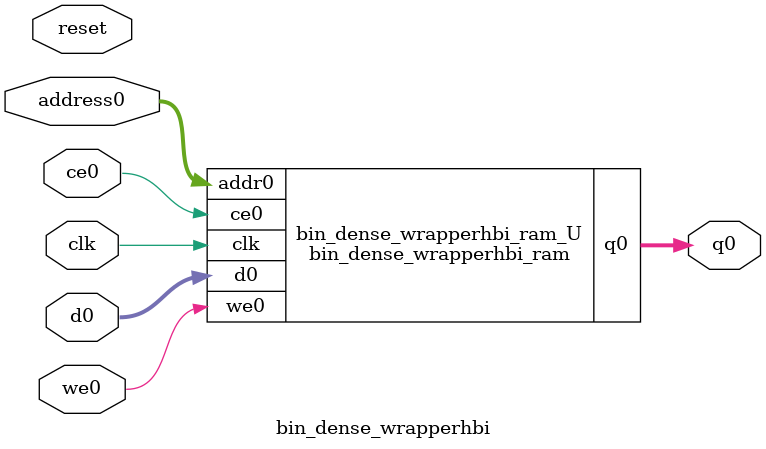
<source format=v>

`timescale 1 ns / 1 ps
module bin_dense_wrapperhbi_ram (addr0, ce0, d0, we0, q0,  clk);

parameter DWIDTH = 64;
parameter AWIDTH = 12;
parameter MEM_SIZE = 2341;

input[AWIDTH-1:0] addr0;
input ce0;
input[DWIDTH-1:0] d0;
input we0;
output reg[DWIDTH-1:0] q0;
input clk;

(* ram_style = "block" *)reg [DWIDTH-1:0] ram[0:MEM_SIZE-1];




always @(posedge clk)  
begin 
    if (ce0) 
    begin
        if (we0) 
        begin 
            ram[addr0] <= d0; 
            q0 <= d0;
        end 
        else 
            q0 <= ram[addr0];
    end
end


endmodule


`timescale 1 ns / 1 ps
module bin_dense_wrapperhbi(
    reset,
    clk,
    address0,
    ce0,
    we0,
    d0,
    q0);

parameter DataWidth = 32'd64;
parameter AddressRange = 32'd2341;
parameter AddressWidth = 32'd12;
input reset;
input clk;
input[AddressWidth - 1:0] address0;
input ce0;
input we0;
input[DataWidth - 1:0] d0;
output[DataWidth - 1:0] q0;



bin_dense_wrapperhbi_ram bin_dense_wrapperhbi_ram_U(
    .clk( clk ),
    .addr0( address0 ),
    .ce0( ce0 ),
    .we0( we0 ),
    .d0( d0 ),
    .q0( q0 ));

endmodule


</source>
